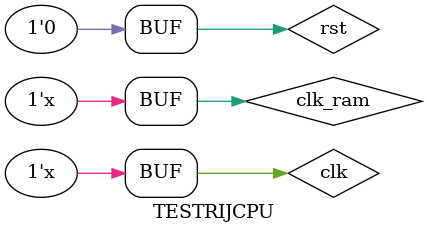
<source format=v>
`timescale 1ns / 1ps


module TESTRIJCPU;

	// Inputs
	reg clk;
	reg clk_ram;
	reg rst;

	// Outputs
	wire [31:0] ALU_F;
	wire FR_ZF;
	wire FR_OF;
	wire [31:0] A, B;
	wire [31:0] Mem_R_Data;
	wire [6:0] MW;
	wire [31:0] PC;

	// Instantiate the Unit Under Test (UUT)
	RIJCPU uut (
		.clk(clk), 
		.clk_ram(clk_ram), 
		.rst(rst), 
		.ALU_F(ALU_F), 
		.FR_ZF(FR_ZF), 
		.FR_OF(FR_OF), 
		.A(A),
		.B(B),
		.MW(MW),
		.Mem_R_Data(Mem_R_Data),
		.PC(PC)
	);
	always #4 clk = ~clk;
	always #1 clk_ram = ~clk_ram;
	initial begin
		// Initialize Inputs
		clk = 0;
		clk_ram = 0;
		rst = 0;
	
		// Wait 100 ns for global reset to finish
		#4;
		rst = 1;
        
		#4;
		rst = 0;
	end
      
endmodule


</source>
